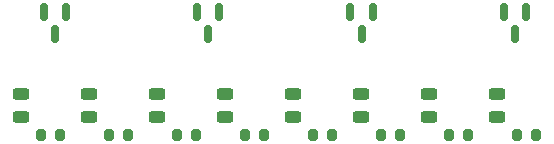
<source format=gtp>
G04 #@! TF.GenerationSoftware,KiCad,Pcbnew,7.0.7*
G04 #@! TF.CreationDate,2023-09-05T00:06:28-07:00*
G04 #@! TF.ProjectId,Solenoid Board Ground Systems V1.1,536f6c65-6e6f-4696-9420-426f61726420,rev?*
G04 #@! TF.SameCoordinates,Original*
G04 #@! TF.FileFunction,Paste,Top*
G04 #@! TF.FilePolarity,Positive*
%FSLAX46Y46*%
G04 Gerber Fmt 4.6, Leading zero omitted, Abs format (unit mm)*
G04 Created by KiCad (PCBNEW 7.0.7) date 2023-09-05 00:06:28*
%MOMM*%
%LPD*%
G01*
G04 APERTURE LIST*
G04 Aperture macros list*
%AMRoundRect*
0 Rectangle with rounded corners*
0 $1 Rounding radius*
0 $2 $3 $4 $5 $6 $7 $8 $9 X,Y pos of 4 corners*
0 Add a 4 corners polygon primitive as box body*
4,1,4,$2,$3,$4,$5,$6,$7,$8,$9,$2,$3,0*
0 Add four circle primitives for the rounded corners*
1,1,$1+$1,$2,$3*
1,1,$1+$1,$4,$5*
1,1,$1+$1,$6,$7*
1,1,$1+$1,$8,$9*
0 Add four rect primitives between the rounded corners*
20,1,$1+$1,$2,$3,$4,$5,0*
20,1,$1+$1,$4,$5,$6,$7,0*
20,1,$1+$1,$6,$7,$8,$9,0*
20,1,$1+$1,$8,$9,$2,$3,0*%
G04 Aperture macros list end*
%ADD10RoundRect,0.243750X-0.456250X0.243750X-0.456250X-0.243750X0.456250X-0.243750X0.456250X0.243750X0*%
%ADD11RoundRect,0.200000X-0.200000X-0.275000X0.200000X-0.275000X0.200000X0.275000X-0.200000X0.275000X0*%
%ADD12RoundRect,0.150000X-0.150000X0.587500X-0.150000X-0.587500X0.150000X-0.587500X0.150000X0.587500X0*%
G04 APERTURE END LIST*
D10*
X81304287Y-45752500D03*
X81304287Y-47627500D03*
D11*
X77200713Y-49180000D03*
X78850713Y-49180000D03*
X42679287Y-49180000D03*
X44329287Y-49180000D03*
X71447142Y-49180000D03*
X73097142Y-49180000D03*
D12*
X57786666Y-38742500D03*
X55886666Y-38742500D03*
X56836666Y-40617500D03*
D11*
X54186429Y-49180000D03*
X55836429Y-49180000D03*
D12*
X70773332Y-38742500D03*
X68873332Y-38742500D03*
X69823332Y-40617500D03*
D10*
X75550713Y-45752500D03*
X75550713Y-47627500D03*
D11*
X59940000Y-49180000D03*
X61590000Y-49180000D03*
D12*
X44800000Y-38742500D03*
X42900000Y-38742500D03*
X43850000Y-40617500D03*
D10*
X69797142Y-45752500D03*
X69797142Y-47627500D03*
X52536429Y-45752500D03*
X52536429Y-47627500D03*
D11*
X82954287Y-49180000D03*
X84604287Y-49180000D03*
D12*
X83760000Y-38742500D03*
X81860000Y-38742500D03*
X82810000Y-40617500D03*
D11*
X65693571Y-49180000D03*
X67343571Y-49180000D03*
D10*
X41029287Y-45752500D03*
X41029287Y-47627500D03*
X64043571Y-45752500D03*
X64043571Y-47627500D03*
X58290000Y-45752500D03*
X58290000Y-47627500D03*
D11*
X48432858Y-49180000D03*
X50082858Y-49180000D03*
D10*
X46782858Y-45752500D03*
X46782858Y-47627500D03*
M02*

</source>
